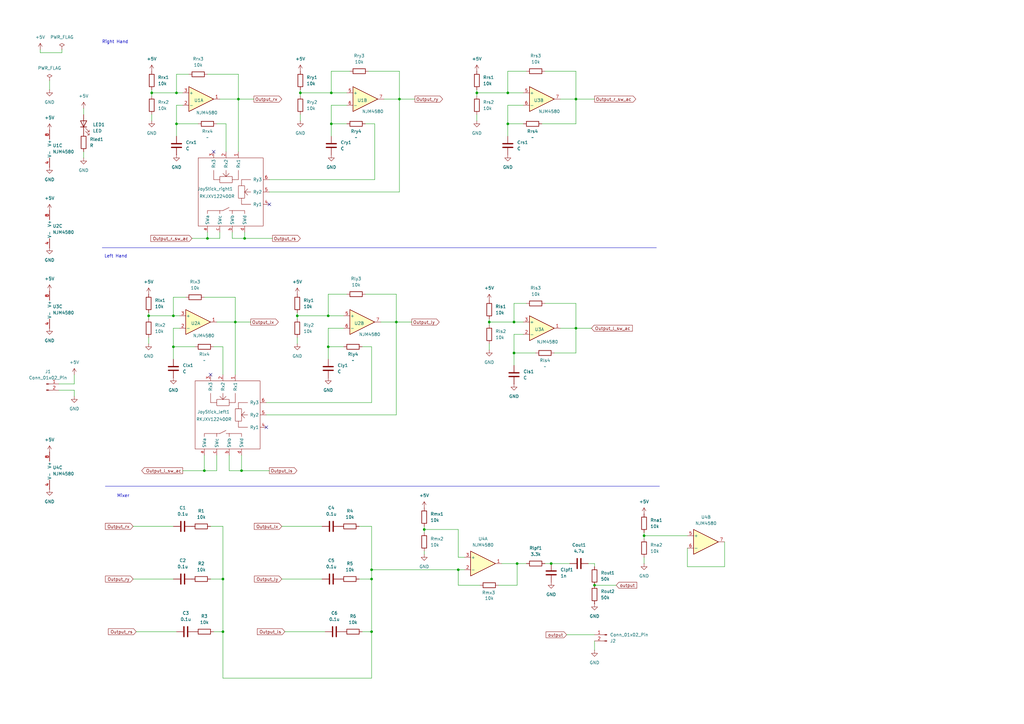
<source format=kicad_sch>
(kicad_sch (version 20231120) (generator "eeschema") (generator_version "8.0")
  (paper "A3")
  (lib_symbols
    (symbol "Amplifier_Operational:NJM4580" (pin_names (offset 0.127))
      (property "Reference" "U" (at 0 5.08 0))
      (property "Value" "NJM4580" (at 0 -5.08 0))
      (symbol "NJM4580_1_1"
        (pin output line (at 7.62 0 180) (length 2.54) (name "~") (number "1"))
        (pin input line (at -7.62 -2.54 0) (length 2.54) (name "-") (number "2"))
        (pin input line (at -7.62 2.54 0) (length 2.54) (name "+") (number "3"))
      )
      (symbol "NJM4580_2_1"
        (pin input line (at -7.62 2.54 0) (length 2.54) (name "+") (number "5"))
        (pin input line (at -7.62 -2.54 0) (length 2.54) (name "-") (number "6"))
        (pin output line (at 7.62 0 180) (length 2.54) (name "~") (number "7"))
      )
      (symbol "NJM4580_3_1"
        (pin power_in line (at -2.54 -7.62 90) (length 3.81) (name "V-") (number "4"))
        (pin power_in line (at -2.54 7.62 270) (length 3.81) (name "V+") (number "8"))
      )
    )
    (symbol "Connector:Conn_01x02_Pin" (pin_names (offset 1.016) hide)
      (property "Reference" "J" (at 0 2.54 0))
      (property "Value" "Conn_01x02_Pin" (at 0 -5.08 0))
      (symbol "Conn_01x02_Pin_1_1"
        (pin passive line (at 5.08 0 180) (length 3.81) (name "Pin_1") (number "1"))
        (pin passive line (at 5.08 -2.54 180) (length 3.81) (name "Pin_2") (number "2"))
      )
    )
    (symbol "Device:C" (pin_numbers hide) (pin_names (offset 0.254))
      (property "Reference" "C" (at 0.635 2.54 0))
      (property "Value" "C" (at 0.635 -2.54 0))
      (symbol "C_1_1"
        (pin passive line (at 0 3.81 270) (length 2.794) (name "~") (number "1"))
        (pin passive line (at 0 -3.81 90) (length 2.794) (name "~") (number "2"))
      )
    )
    (symbol "Device:LED" (pin_numbers hide) (pin_names (offset 1.016) hide)
      (property "Reference" "D" (at 0 2.54 0))
      (property "Value" "LED" (at 0 -2.54 0))
      (symbol "LED_1_1"
        (pin passive line (at -3.81 0 0) (length 2.54) (name "K") (number "1"))
        (pin passive line (at 3.81 0 180) (length 2.54) (name "A") (number "2"))
      )
    )
    (symbol "Device:R" (pin_numbers hide) (pin_names (offset 0))
      (property "Reference" "R" (at 2.032 0 90))
      (property "Value" "R" (at 0 0 90))
      (symbol "R_1_1"
        (pin passive line (at 0 3.81 270) (length 1.27) (name "~") (number "1"))
        (pin passive line (at 0 -3.81 90) (length 1.27) (name "~") (number "2"))
      )
    )
    (symbol "joystick:RKJXV122400R"
      (property "Reference" "U" (at -4.318 1.27 0))
      (property "Value" "RKJXV122400R" (at -3.048 -1.778 0))
      (symbol "RKJXV122400R_1_1"
        (pin passive line (at 5.08 16.51 270) (length 2.54) (name "Rx1") (number "1"))
        (pin passive line (at 0 16.51 270) (length 2.54) (name "Rx2") (number "2"))
        (pin passive line (at -5.08 16.51 270) (length 2.54) (name "Rx3") (number "3"))
        (pin passive line (at 17.78 -5.08 180) (length 2.54) (name "Ry1") (number "4"))
        (pin passive line (at 17.78 0 180) (length 2.54) (name "Ry2") (number "5"))
        (pin passive line (at 17.78 5.08 180) (length 2.54) (name "Ry3") (number "6"))
        (pin passive line (at -7.62 -16.51 90) (length 2.54) (name "SWa") (number "a"))
        (pin passive line (at 2.54 -16.51 90) (length 2.54) (name "SWb") (number "b"))
        (pin passive line (at -2.54 -16.51 90) (length 2.54) (name "SWc") (number "c"))
        (pin passive line (at 7.62 -16.51 90) (length 2.54) (name "SWd") (number "d"))
      )
    )
    (symbol "power:+5V" (power) (pin_numbers hide) (pin_names (offset 0) hide)
      (property "Value" "+5V" (at 0 3.556 0))
      (symbol "+5V_1_1"
        (pin power_in line (at 0 0 90) (length 0) (name "~") (number "1"))
      )
    )
    (symbol "power:GND" (power) (pin_numbers hide) (pin_names (offset 0) hide)
      (property "Value" "GND" (at 0 -3.81 0))
      (symbol "GND_1_1"
        (pin power_in line (at 0 0 270) (length 0) (name "~") (number "1"))
      )
    )
    (symbol "power:PWR_FLAG" (power) (pin_numbers hide) (pin_names (offset 0) hide)
      (property "Value" "PWR_FLAG" (at 0 3.81 0))
      (symbol "PWR_FLAG_0_0"
        (pin power_out line (at 0 0 90) (length 0) (name "~") (number "1"))
      )
    )
  )
  (junction (at 236.22 40.64))
  (junction (at 83.82 193.04))
  (junction (at 72.39 38.1))
  (junction (at 60.96 129.54))
  (junction (at 162.56 132.08))
  (junction (at 135.89 50.8))
  (junction (at 264.16 219.71))
  (junction (at 72.39 50.8))
  (junction (at 208.28 38.1))
  (junction (at 91.44 259.08))
  (junction (at 99.06 193.04))
  (junction (at 152.4 259.08))
  (junction (at 152.4 233.68))
  (junction (at 163.83 40.64))
  (junction (at 121.92 129.54))
  (junction (at 195.58 38.1))
  (junction (at 62.23 38.1))
  (junction (at 212.09 231.14))
  (junction (at 134.62 129.54))
  (junction (at 152.4 237.49))
  (junction (at 100.33 97.79))
  (junction (at 210.82 132.08))
  (junction (at 236.22 134.62))
  (junction (at 173.99 217.17))
  (junction (at 97.79 40.64))
  (junction (at 135.89 38.1))
  (junction (at 134.62 142.24))
  (junction (at 71.12 129.54))
  (junction (at 91.44 237.49))
  (junction (at 96.52 132.08))
  (junction (at 208.28 50.8))
  (junction (at 85.09 97.79))
  (junction (at 71.12 142.24))
  (junction (at 210.82 144.78))
  (junction (at 123.19 38.1))
  (junction (at 226.06 231.14))
  (junction (at 200.66 132.08))
  (junction (at 243.84 240.03))
  (junction (at 187.96 233.68))
  (no_connect (at 109.22 175.26))
  (no_connect (at 87.63 62.23))
  (no_connect (at 110.49 83.82))
  (no_connect (at 86.36 153.67))
  (wire (pts (xy 134.62 142.24) (xy 140.97 142.24)))
  (wire (pts (xy 163.83 40.64) (xy 163.83 78.74)))
  (wire (pts (xy 264.16 218.44) (xy 264.16 219.71)))
  (wire (pts (xy 16.51 21.59) (xy 25.4 21.59)))
  (wire (pts (xy 215.9 124.46) (xy 210.82 124.46)))
  (wire (pts (xy 90.17 97.79) (xy 90.17 95.25)))
  (wire (pts (xy 96.52 132.08) (xy 96.52 153.67)))
  (wire (pts (xy 204.47 240.03) (xy 212.09 240.03)))
  (polyline (pts (xy 41.91 101.6) (xy 269.24 101.6)))
  (wire (pts (xy 156.21 132.08) (xy 162.56 132.08)))
  (polyline (pts (xy 43.18 199.39) (xy 270.51 199.39)))
  (wire (pts (xy 195.58 36.83) (xy 195.58 38.1)))
  (wire (pts (xy 91.44 237.49) (xy 91.44 259.08)))
  (wire (pts (xy 20.32 33.02) (xy 20.32 36.83)))
  (wire (pts (xy 243.84 262.89) (xy 243.84 266.7)))
  (wire (pts (xy 109.22 165.1) (xy 152.4 165.1)))
  (wire (pts (xy 149.86 120.65) (xy 162.56 120.65)))
  (wire (pts (xy 187.96 233.68) (xy 187.96 240.03)))
  (wire (pts (xy 223.52 29.21) (xy 236.22 29.21)))
  (wire (pts (xy 116.84 259.08) (xy 133.35 259.08)))
  (wire (pts (xy 123.19 46.99) (xy 123.19 49.53)))
  (wire (pts (xy 72.39 38.1) (xy 74.93 38.1)))
  (wire (pts (xy 190.5 233.68) (xy 187.96 233.68)))
  (wire (pts (xy 226.06 231.14) (xy 233.68 231.14)))
  (wire (pts (xy 72.39 50.8) (xy 81.28 50.8)))
  (wire (pts (xy 71.12 142.24) (xy 80.01 142.24)))
  (wire (pts (xy 62.23 38.1) (xy 62.23 39.37)))
  (wire (pts (xy 297.18 222.25) (xy 297.18 232.41)))
  (wire (pts (xy 110.49 73.66) (xy 153.67 73.66)))
  (wire (pts (xy 71.12 134.62) (xy 71.12 142.24)))
  (wire (pts (xy 134.62 134.62) (xy 134.62 142.24)))
  (wire (pts (xy 60.96 129.54) (xy 71.12 129.54)))
  (wire (pts (xy 30.48 157.48) (xy 30.48 153.67)))
  (wire (pts (xy 187.96 233.68) (xy 152.4 233.68)))
  (wire (pts (xy 134.62 129.54) (xy 140.97 129.54)))
  (wire (pts (xy 236.22 29.21) (xy 236.22 40.64)))
  (wire (pts (xy 236.22 144.78) (xy 236.22 134.62)))
  (wire (pts (xy 148.59 259.08) (xy 152.4 259.08)))
  (wire (pts (xy 223.52 231.14) (xy 226.06 231.14)))
  (wire (pts (xy 123.19 38.1) (xy 123.19 39.37)))
  (wire (pts (xy 83.82 193.04) (xy 88.9 193.04)))
  (wire (pts (xy 25.4 20.32) (xy 25.4 21.59)))
  (wire (pts (xy 91.44 278.13) (xy 152.4 278.13)))
  (wire (pts (xy 264.16 228.6) (xy 264.16 231.14)))
  (wire (pts (xy 223.52 124.46) (xy 236.22 124.46)))
  (wire (pts (xy 24.13 160.02) (xy 30.48 160.02)))
  (wire (pts (xy 85.09 97.79) (xy 90.17 97.79)))
  (wire (pts (xy 77.47 30.48) (xy 72.39 30.48)))
  (wire (pts (xy 30.48 160.02) (xy 30.48 162.56)))
  (wire (pts (xy 34.29 62.23) (xy 34.29 64.77)))
  (wire (pts (xy 24.13 157.48) (xy 30.48 157.48)))
  (wire (pts (xy 208.28 38.1) (xy 214.63 38.1)))
  (wire (pts (xy 236.22 124.46) (xy 236.22 134.62)))
  (wire (pts (xy 99.06 193.04) (xy 110.49 193.04)))
  (wire (pts (xy 200.66 140.97) (xy 200.66 143.51)))
  (wire (pts (xy 281.94 232.41) (xy 297.18 232.41)))
  (wire (pts (xy 91.44 142.24) (xy 91.44 153.67)))
  (wire (pts (xy 214.63 137.16) (xy 210.82 137.16)))
  (wire (pts (xy 60.96 138.43) (xy 60.96 140.97)))
  (wire (pts (xy 236.22 134.62) (xy 242.57 134.62)))
  (wire (pts (xy 91.44 215.9) (xy 91.44 237.49)))
  (wire (pts (xy 135.89 38.1) (xy 142.24 38.1)))
  (wire (pts (xy 92.71 50.8) (xy 92.71 62.23)))
  (wire (pts (xy 200.66 132.08) (xy 200.66 133.35)))
  (wire (pts (xy 54.61 215.9) (xy 71.12 215.9)))
  (wire (pts (xy 88.9 193.04) (xy 88.9 186.69)))
  (wire (pts (xy 151.13 29.21) (xy 163.83 29.21)))
  (wire (pts (xy 96.52 121.92) (xy 96.52 132.08)))
  (wire (pts (xy 152.4 237.49) (xy 152.4 259.08)))
  (wire (pts (xy 83.82 121.92) (xy 96.52 121.92)))
  (wire (pts (xy 152.4 215.9) (xy 152.4 233.68)))
  (wire (pts (xy 72.39 30.48) (xy 72.39 38.1)))
  (wire (pts (xy 93.98 186.69) (xy 93.98 193.04)))
  (wire (pts (xy 173.99 217.17) (xy 173.99 218.44)))
  (wire (pts (xy 212.09 231.14) (xy 215.9 231.14)))
  (wire (pts (xy 152.4 233.68) (xy 152.4 237.49)))
  (wire (pts (xy 123.19 36.83) (xy 123.19 38.1)))
  (wire (pts (xy 121.92 128.27) (xy 121.92 129.54)))
  (wire (pts (xy 16.51 20.32) (xy 16.51 21.59)))
  (wire (pts (xy 163.83 40.64) (xy 170.18 40.64)))
  (wire (pts (xy 195.58 46.99) (xy 195.58 49.53)))
  (wire (pts (xy 214.63 43.18) (xy 208.28 43.18)))
  (wire (pts (xy 71.12 121.92) (xy 71.12 129.54)))
  (wire (pts (xy 34.29 44.45) (xy 34.29 46.99)))
  (wire (pts (xy 173.99 215.9) (xy 173.99 217.17)))
  (wire (pts (xy 100.33 97.79) (xy 100.33 95.25)))
  (wire (pts (xy 88.9 50.8) (xy 92.71 50.8)))
  (wire (pts (xy 60.96 128.27) (xy 60.96 129.54)))
  (wire (pts (xy 72.39 50.8) (xy 72.39 55.88)))
  (wire (pts (xy 60.96 129.54) (xy 60.96 130.81)))
  (wire (pts (xy 55.88 259.08) (xy 72.39 259.08)))
  (wire (pts (xy 229.87 40.64) (xy 236.22 40.64)))
  (wire (pts (xy 162.56 120.65) (xy 162.56 132.08)))
  (wire (pts (xy 208.28 29.21) (xy 208.28 38.1)))
  (wire (pts (xy 229.87 134.62) (xy 236.22 134.62)))
  (wire (pts (xy 86.36 237.49) (xy 91.44 237.49)))
  (wire (pts (xy 140.97 134.62) (xy 134.62 134.62)))
  (wire (pts (xy 153.67 50.8) (xy 149.86 50.8)))
  (wire (pts (xy 210.82 137.16) (xy 210.82 144.78)))
  (wire (pts (xy 96.52 132.08) (xy 102.87 132.08)))
  (wire (pts (xy 95.25 97.79) (xy 100.33 97.79)))
  (wire (pts (xy 147.32 215.9) (xy 152.4 215.9)))
  (wire (pts (xy 210.82 132.08) (xy 214.63 132.08)))
  (wire (pts (xy 208.28 50.8) (xy 214.63 50.8)))
  (wire (pts (xy 152.4 142.24) (xy 148.59 142.24)))
  (wire (pts (xy 115.57 237.49) (xy 132.08 237.49)))
  (wire (pts (xy 142.24 120.65) (xy 134.62 120.65)))
  (wire (pts (xy 134.62 120.65) (xy 134.62 129.54)))
  (wire (pts (xy 115.57 215.9) (xy 132.08 215.9)))
  (wire (pts (xy 153.67 50.8) (xy 153.67 73.66)))
  (wire (pts (xy 97.79 40.64) (xy 97.79 62.23)))
  (wire (pts (xy 187.96 240.03) (xy 196.85 240.03)))
  (wire (pts (xy 157.48 40.64) (xy 163.83 40.64)))
  (wire (pts (xy 93.98 193.04) (xy 99.06 193.04)))
  (wire (pts (xy 62.23 38.1) (xy 72.39 38.1)))
  (wire (pts (xy 236.22 40.64) (xy 236.22 50.8)))
  (wire (pts (xy 86.36 215.9) (xy 91.44 215.9)))
  (wire (pts (xy 163.83 29.21) (xy 163.83 40.64)))
  (wire (pts (xy 215.9 29.21) (xy 208.28 29.21)))
  (wire (pts (xy 187.96 217.17) (xy 187.96 228.6)))
  (wire (pts (xy 97.79 30.48) (xy 97.79 40.64)))
  (wire (pts (xy 121.92 138.43) (xy 121.92 140.97)))
  (wire (pts (xy 173.99 217.17) (xy 187.96 217.17)))
  (wire (pts (xy 85.09 30.48) (xy 97.79 30.48)))
  (wire (pts (xy 71.12 129.54) (xy 73.66 129.54)))
  (wire (pts (xy 76.2 121.92) (xy 71.12 121.92)))
  (wire (pts (xy 200.66 132.08) (xy 210.82 132.08)))
  (wire (pts (xy 236.22 40.64) (xy 243.84 40.64)))
  (wire (pts (xy 264.16 219.71) (xy 264.16 220.98)))
  (wire (pts (xy 110.49 78.74) (xy 163.83 78.74)))
  (wire (pts (xy 243.84 231.14) (xy 243.84 232.41)))
  (wire (pts (xy 123.19 38.1) (xy 135.89 38.1)))
  (wire (pts (xy 241.3 231.14) (xy 243.84 231.14)))
  (wire (pts (xy 152.4 142.24) (xy 152.4 165.1)))
  (wire (pts (xy 162.56 132.08) (xy 162.56 170.18)))
  (wire (pts (xy 173.99 226.06) (xy 173.99 227.33)))
  (wire (pts (xy 100.33 97.79) (xy 111.76 97.79)))
  (wire (pts (xy 87.63 142.24) (xy 91.44 142.24)))
  (wire (pts (xy 121.92 129.54) (xy 121.92 130.81)))
  (wire (pts (xy 85.09 97.79) (xy 85.09 95.25)))
  (wire (pts (xy 210.82 144.78) (xy 210.82 149.86)))
  (wire (pts (xy 71.12 142.24) (xy 71.12 147.32)))
  (wire (pts (xy 152.4 278.13) (xy 152.4 259.08)))
  (wire (pts (xy 95.25 95.25) (xy 95.25 97.79)))
  (wire (pts (xy 227.33 144.78) (xy 236.22 144.78)))
  (wire (pts (xy 205.74 231.14) (xy 212.09 231.14)))
  (wire (pts (xy 195.58 38.1) (xy 208.28 38.1)))
  (wire (pts (xy 208.28 43.18) (xy 208.28 50.8)))
  (wire (pts (xy 134.62 142.24) (xy 134.62 147.32)))
  (wire (pts (xy 143.51 29.21) (xy 135.89 29.21)))
  (wire (pts (xy 210.82 144.78) (xy 219.71 144.78)))
  (wire (pts (xy 147.32 237.49) (xy 152.4 237.49)))
  (wire (pts (xy 91.44 259.08) (xy 91.44 278.13)))
  (wire (pts (xy 232.41 260.35) (xy 243.84 260.35)))
  (wire (pts (xy 54.61 237.49) (xy 71.12 237.49)))
  (wire (pts (xy 90.17 40.64) (xy 97.79 40.64)))
  (wire (pts (xy 121.92 129.54) (xy 134.62 129.54)))
  (wire (pts (xy 72.39 43.18) (xy 72.39 50.8)))
  (wire (pts (xy 83.82 186.69) (xy 83.82 193.04)))
  (wire (pts (xy 195.58 38.1) (xy 195.58 39.37)))
  (wire (pts (xy 135.89 29.21) (xy 135.89 38.1)))
  (wire (pts (xy 109.22 170.18) (xy 162.56 170.18)))
  (wire (pts (xy 135.89 50.8) (xy 142.24 50.8)))
  (wire (pts (xy 73.66 134.62) (xy 71.12 134.62)))
  (wire (pts (xy 210.82 124.46) (xy 210.82 132.08)))
  (wire (pts (xy 208.28 50.8) (xy 208.28 55.88)))
  (wire (pts (xy 187.96 228.6) (xy 190.5 228.6)))
  (wire (pts (xy 162.56 132.08) (xy 168.91 132.08)))
  (wire (pts (xy 135.89 50.8) (xy 135.89 55.88)))
  (wire (pts (xy 74.93 193.04) (xy 83.82 193.04)))
  (wire (pts (xy 135.89 43.18) (xy 135.89 50.8)))
  (wire (pts (xy 88.9 132.08) (xy 96.52 132.08)))
  (wire (pts (xy 200.66 130.81) (xy 200.66 132.08)))
  (wire (pts (xy 212.09 240.03) (xy 212.09 231.14)))
  (wire (pts (xy 281.94 224.79) (xy 281.94 232.41)))
  (wire (pts (xy 142.24 43.18) (xy 135.89 43.18)))
  (wire (pts (xy 62.23 46.99) (xy 62.23 49.53)))
  (wire (pts (xy 74.93 43.18) (xy 72.39 43.18)))
  (wire (pts (xy 243.84 240.03) (xy 252.73 240.03)))
  (wire (pts (xy 62.23 36.83) (xy 62.23 38.1)))
  (wire (pts (xy 87.63 259.08) (xy 91.44 259.08)))
  (wire (pts (xy 97.79 40.64) (xy 104.14 40.64)))
  (wire (pts (xy 99.06 186.69) (xy 99.06 193.04)))
  (wire (pts (xy 222.25 50.8) (xy 236.22 50.8)))
  (wire (pts (xy 78.74 97.79) (xy 85.09 97.79)))
  (wire (pts (xy 264.16 219.71) (xy 281.94 219.71)))
  (text "Mixer" (at 50.546 203.454 0) (effects (font (size 1.27 1.27))))
  (text "Left Hand" (at 47.498 105.156 0) (effects (font (size 1.27 1.27))))
  (text "Right Hand" (exclude_from_sim yes) (at 47.244 17.272 0) (effects (font (size 1.27 1.27))))
  (global_label "output" (shape input) (at 252.73 240.03 0) (property "Intersheetrefs" "${INTERSHEET_REFS}" (effects (hide yes))))
  (global_label "Output_l_sw_ac" (shape input) (at 242.57 134.62 0) (property "Intersheetrefs" "${INTERSHEET_REFS}" (effects (hide yes))))
  (global_label "Output_ls" (shape input) (at 116.84 259.08 180) (property "Intersheetrefs" "${INTERSHEET_REFS}" (effects (hide yes))))
  (global_label "Output_rx" (shape output) (at 104.14 40.64 0) (property "Intersheetrefs" "${INTERSHEET_REFS}" (effects (hide yes))))
  (global_label "Output_lx" (shape input) (at 115.57 215.9 180) (property "Intersheetrefs" "${INTERSHEET_REFS}" (effects (hide yes))))
  (global_label "Output_ls" (shape output) (at 110.49 193.04 0) (property "Intersheetrefs" "${INTERSHEET_REFS}" (effects (hide yes))))
  (global_label "output" (shape input) (at 232.41 260.35 180) (property "Intersheetrefs" "${INTERSHEET_REFS}" (effects (hide yes))))
  (global_label "Output_ly" (shape output) (at 168.91 132.08 0) (property "Intersheetrefs" "${INTERSHEET_REFS}" (effects (hide yes))))
  (global_label "Output_rx" (shape input) (at 54.61 215.9 180) (property "Intersheetrefs" "${INTERSHEET_REFS}" (effects (hide yes))))
  (global_label "Output_rs" (shape input) (at 55.88 259.08 180) (property "Intersheetrefs" "${INTERSHEET_REFS}" (effects (hide yes))))
  (global_label "Output_lx" (shape output) (at 102.87 132.08 0) (property "Intersheetrefs" "${INTERSHEET_REFS}" (effects (hide yes))))
  (global_label "Output_ry" (shape output) (at 170.18 40.64 0) (property "Intersheetrefs" "${INTERSHEET_REFS}" (effects (hide yes))))
  (global_label "Output_l_sw_ac" (shape output) (at 74.93 193.04 180) (property "Intersheetrefs" "${INTERSHEET_REFS}" (effects (hide yes))))
  (global_label "Output_r_sw_ac" (shape output) (at 243.84 40.64 0) (property "Intersheetrefs" "${INTERSHEET_REFS}" (effects (hide yes))))
  (global_label "Output_rs" (shape output) (at 111.76 97.79 0) (property "Intersheetrefs" "${INTERSHEET_REFS}" (effects (hide yes))))
  (global_label "Output_r_sw_ac" (shape input) (at 78.74 97.79 180) (property "Intersheetrefs" "${INTERSHEET_REFS}" (effects (hide yes))))
  (global_label "Output_ly" (shape input) (at 115.57 237.49 180) (property "Intersheetrefs" "${INTERSHEET_REFS}" (effects (hide yes))))
  (global_label "Output_ry" (shape input) (at 54.61 237.49 180) (property "Intersheetrefs" "${INTERSHEET_REFS}" (effects (hide yes))))
  (symbol (lib_id "power:GND") (at 200.66 143.51 0) (unit 1)
    (property "Reference" "#PWR018" (effects (hide yes)))
    (property "Value" "GND" (at 200.66 148.59 0))
    (property "Description" "Power symbol creates a global label with name \"GND\" , ground" (effects (hide yes)))
  )
  (symbol (lib_id "Device:R") (at 200.66 240.03 270) (unit 1)
    (property "Reference" "Rmx3" (at 200.406 243.078 90))
    (property "Value" "10k" (at 200.66 245.364 90))
    (property "Footprint" "Resistor_THT:R_Axial_DIN0207_L6.3mm_D2.5mm_P7.62mm_Horizontal" (effects (hide yes)))
    (property "Description" "Resistor" (effects (hide yes)))
  )
  (symbol (lib_id "Device:R") (at 223.52 144.78 90) (unit 1)
    (property "Reference" "Rls4" (at 223.52 147.828 90))
    (property "Value" "~" (at 223.52 150.368 90))
    (property "Footprint" "Resistor_THT:R_Axial_DIN0207_L6.3mm_D2.5mm_P7.62mm_Horizontal" (effects (hide yes)))
    (property "Description" "Resistor" (effects (hide yes)))
  )
  (symbol (lib_id "power:GND") (at 134.62 154.94 0) (unit 1)
    (property "Reference" "#PWR016" (effects (hide yes)))
    (property "Value" "GND" (at 134.62 160.02 0))
    (property "Description" "Power symbol creates a global label with name \"GND\" , ground" (effects (hide yes)))
  )
  (symbol (lib_id "power:PWR_FLAG") (at 20.32 33.02 0) (unit 1)
    (property "Reference" "#FLG02" (effects (hide yes)))
    (property "Value" "PWR_FLAG" (at 20.32 27.94 0))
    (property "Description" "Special symbol for telling ERC where power comes from" (effects (hide yes)))
  )
  (symbol (lib_id "power:GND") (at 60.96 140.97 0) (unit 1)
    (property "Reference" "#PWR09" (effects (hide yes)))
    (property "Value" "GND" (at 60.96 146.05 0))
    (property "Description" "Power symbol creates a global label with name \"GND\" , ground" (effects (hide yes)))
  )
  (symbol (lib_id "power:+5V") (at 173.99 208.28 0) (unit 1)
    (property "Reference" "#PWR031" (effects (hide yes)))
    (property "Value" "+5V" (at 173.99 203.2 0))
    (property "Description" "Power symbol creates a global label with name \"+5V\"" (effects (hide yes)))
  )
  (symbol (lib_id "Device:R") (at 144.78 142.24 90) (unit 1)
    (property "Reference" "Rly4" (at 144.78 145.288 90))
    (property "Value" "~" (at 144.78 147.828 90))
    (property "Footprint" "Resistor_THT:R_Axial_DIN0207_L6.3mm_D2.5mm_P7.62mm_Horizontal" (effects (hide yes)))
    (property "Description" "Resistor" (effects (hide yes)))
  )
  (symbol (lib_id "Amplifier_Operational:NJM4580") (at 82.55 40.64 0) (unit 1)
    (property "Reference" "U1" (at 81.534 41.148 0))
    (property "Value" "NJM4580" (at 84.836 46.228 0))
    (property "Footprint" "Package_DIP:DIP-8_W7.62mm" (effects (hide yes)))
    (property "Datasheet" "http://www.njr.com/semicon/PDF/NJM4580_E.pdf" (effects (hide yes)))
    (property "Description" "Dual Operational Amplifier, DIP-8/DMP-8/SIP-8/MSOP-8/SOP-8/SSOP-8" (effects (hide yes)))
  )
  (symbol (lib_id "power:GND") (at 20.32 101.6 0) (unit 1)
    (property "Reference" "#PWR024" (effects (hide yes)))
    (property "Value" "GND" (at 20.32 106.68 0))
    (property "Description" "Power symbol creates a global label with name \"GND\" , ground" (effects (hide yes)))
  )
  (symbol (lib_id "Device:R") (at 219.71 29.21 90) (unit 1)
    (property "Reference" "Rrs3" (at 219.71 22.86 90))
    (property "Value" "10k" (at 219.71 25.4 90))
    (property "Footprint" "Resistor_THT:R_Axial_DIN0207_L6.3mm_D2.5mm_P7.62mm_Horizontal" (effects (hide yes)))
    (property "Description" "Resistor" (effects (hide yes)))
  )
  (symbol (lib_id "power:+5V") (at 121.92 120.65 0) (unit 1)
    (property "Reference" "#PWR014" (effects (hide yes)))
    (property "Value" "+5V" (at 121.92 115.57 0))
    (property "Description" "Power symbol creates a global label with name \"+5V\"" (effects (hide yes)))
  )
  (symbol (lib_id "power:GND") (at 243.84 266.7 0) (unit 1)
    (property "Reference" "#PWR043" (effects (hide yes)))
    (property "Value" "GND" (at 243.84 271.78 0))
    (property "Description" "Power symbol creates a global label with name \"GND\" , ground" (effects (hide yes)))
  )
  (symbol (lib_id "power:GND") (at 208.28 63.5 0) (unit 1)
    (property "Reference" "#PWR022" (effects (hide yes)))
    (property "Value" "GND" (at 208.28 68.58 0))
    (property "Description" "Power symbol creates a global label with name \"GND\" , ground" (effects (hide yes)))
  )
  (symbol (lib_id "Connector:Conn_01x02_Pin") (at 248.92 260.35 0) (mirror y) (unit 1)
    (property "Reference" "J2" (at 250.19 262.8901 0) (effects (justify right)))
    (property "Value" "Conn_01x02_Pin" (at 250.19 260.3501 0) (effects (justify right)))
    (property "Footprint" "TerminalBlock:TerminalBlock_bornier-2_P5.08mm" (effects (hide yes)))
    (property "Description" "Generic connector, single row, 01x02, script generated" (effects (hide yes)))
  )
  (symbol (lib_id "power:+5V") (at 20.32 119.38 0) (unit 1)
    (property "Reference" "#PWR025" (effects (hide yes)))
    (property "Value" "+5V" (at 20.32 114.3 0))
    (property "Description" "Power symbol creates a global label with name \"+5V\"" (effects (hide yes)))
  )
  (symbol (lib_id "Device:R") (at 146.05 50.8 90) (unit 1)
    (property "Reference" "Rry4" (at 146.05 53.848 90))
    (property "Value" "~" (at 146.05 56.388 90))
    (property "Footprint" "Resistor_THT:R_Axial_DIN0207_L6.3mm_D2.5mm_P7.62mm_Horizontal" (effects (hide yes)))
    (property "Description" "Resistor" (effects (hide yes)))
  )
  (symbol (lib_id "Device:C") (at 76.2 259.08 90) (unit 1)
    (property "Reference" "C3" (at 76.2 251.46 90))
    (property "Value" "0.1u" (at 76.2 254 90))
    (property "Footprint" "Capacitor_THT:C_Disc_D3.8mm_W2.6mm_P2.50mm" (effects (hide yes)))
    (property "Description" "Unpolarized capacitor" (effects (hide yes)))
  )
  (symbol (lib_id "Device:R") (at 147.32 29.21 90) (unit 1)
    (property "Reference" "Rry3" (at 147.32 22.86 90))
    (property "Value" "10k" (at 147.32 25.4 90))
    (property "Footprint" "Resistor_THT:R_Axial_DIN0207_L6.3mm_D2.5mm_P7.62mm_Horizontal" (effects (hide yes)))
    (property "Description" "Resistor" (effects (hide yes)))
  )
  (symbol (lib_id "Amplifier_Operational:NJM4580") (at 22.86 127 0) (unit 3)
    (property "Reference" "U3" (at 21.59 125.7299 0) (effects (justify left)))
    (property "Value" "NJM4580" (at 21.59 128.2699 0) (effects (justify left)))
    (property "Footprint" "Package_DIP:DIP-8_W7.62mm" (effects (hide yes)))
    (property "Datasheet" "http://www.njr.com/semicon/PDF/NJM4580_E.pdf" (effects (hide yes)))
    (property "Description" "Dual Operational Amplifier, DIP-8/DMP-8/SIP-8/MSOP-8/SOP-8/SSOP-8" (effects (hide yes)))
  )
  (symbol (lib_id "power:GND") (at 20.32 36.83 0) (unit 1)
    (property "Reference" "#PWR02" (effects (hide yes)))
    (property "Value" "GND" (at 20.32 41.91 0))
    (property "Description" "Power symbol creates a global label with name \"GND\" , ground" (effects (hide yes)))
  )
  (symbol (lib_id "Device:C") (at 135.89 59.69 0) (unit 1)
    (property "Reference" "Cry1" (at 139.7 58.4199 0) (effects (justify left)))
    (property "Value" "C" (at 139.7 60.9599 0) (effects (justify left)))
    (property "Footprint" "Capacitor_THT:C_Disc_D3.8mm_W2.6mm_P2.50mm" (effects (hide yes)))
    (property "Description" "Unpolarized capacitor" (effects (hide yes)))
  )
  (symbol (lib_id "Amplifier_Operational:NJM4580") (at 198.12 231.14 0) (unit 1)
    (property "Reference" "U4" (at 198.12 220.98 0))
    (property "Value" "NJM4580" (at 198.12 223.52 0))
    (property "Footprint" "Package_DIP:DIP-8_W7.62mm" (effects (hide yes)))
    (property "Datasheet" "http://www.njr.com/semicon/PDF/NJM4580_E.pdf" (effects (hide yes)))
    (property "Description" "Dual Operational Amplifier, DIP-8/DMP-8/SIP-8/MSOP-8/SOP-8/SSOP-8" (effects (hide yes)))
  )
  (symbol (lib_id "Device:C") (at 135.89 237.49 90) (unit 1)
    (property "Reference" "C5" (at 135.89 229.87 90))
    (property "Value" "0.1u" (at 135.89 232.41 90))
    (property "Footprint" "Capacitor_THT:C_Disc_D3.8mm_W2.6mm_P2.50mm" (effects (hide yes)))
    (property "Description" "Unpolarized capacitor" (effects (hide yes)))
  )
  (symbol (lib_id "power:+5V") (at 34.29 44.45 0) (unit 1)
    (property "Reference" "#PWR035" (effects (hide yes)))
    (property "Value" "+5V" (at 34.29 39.37 0))
    (property "Description" "Power symbol creates a global label with name \"+5V\"" (effects (hide yes)))
  )
  (symbol (lib_id "Device:C") (at 72.39 59.69 0) (unit 1)
    (property "Reference" "Crx1" (at 76.2 58.4199 0) (effects (justify left)))
    (property "Value" "C" (at 76.2 60.9599 0) (effects (justify left)))
    (property "Footprint" "Capacitor_THT:C_Disc_D3.8mm_W2.6mm_P2.50mm" (effects (hide yes)))
    (property "Description" "Unpolarized capacitor" (effects (hide yes)))
  )
  (symbol (lib_id "Device:R") (at 82.55 237.49 90) (unit 1)
    (property "Reference" "R2" (at 82.55 231.14 90))
    (property "Value" "10k" (at 82.55 233.68 90))
    (property "Footprint" "Resistor_THT:R_Axial_DIN0207_L6.3mm_D2.5mm_P7.62mm_Horizontal" (effects (hide yes)))
    (property "Description" "Resistor" (effects (hide yes)))
  )
  (symbol (lib_id "power:GND") (at 20.32 200.66 0) (unit 1)
    (property "Reference" "#PWR030" (effects (hide yes)))
    (property "Value" "GND" (at 20.32 205.74 0))
    (property "Description" "Power symbol creates a global label with name \"GND\" , ground" (effects (hide yes)))
  )
  (symbol (lib_id "power:GND") (at 195.58 49.53 0) (unit 1)
    (property "Reference" "#PWR021" (effects (hide yes)))
    (property "Value" "GND" (at 195.58 54.61 0))
    (property "Description" "Power symbol creates a global label with name \"GND\" , ground" (effects (hide yes)))
  )
  (symbol (lib_id "Device:R") (at 219.71 124.46 90) (unit 1)
    (property "Reference" "Rls3" (at 219.71 118.11 90))
    (property "Value" "10k" (at 219.71 120.65 90))
    (property "Footprint" "Resistor_THT:R_Axial_DIN0207_L6.3mm_D2.5mm_P7.62mm_Horizontal" (effects (hide yes)))
    (property "Description" "Resistor" (effects (hide yes)))
  )
  (symbol (lib_id "Device:R") (at 243.84 236.22 0) (unit 1)
    (property "Reference" "Rout1" (at 246.38 234.9499 0) (effects (justify left)))
    (property "Value" "50k" (at 246.38 237.4899 0) (effects (justify left)))
    (property "Footprint" "Resistor_THT:R_Axial_DIN0207_L6.3mm_D2.5mm_P7.62mm_Horizontal" (effects (hide yes)))
    (property "Description" "Resistor" (effects (hide yes)))
  )
  (symbol (lib_id "Device:R") (at 123.19 33.02 0) (unit 1)
    (property "Reference" "Rry1" (at 125.73 31.7499 0) (effects (justify left)))
    (property "Value" "10k" (at 125.73 34.2899 0) (effects (justify left)))
    (property "Footprint" "Resistor_THT:R_Axial_DIN0207_L6.3mm_D2.5mm_P7.62mm_Horizontal" (effects (hide yes)))
    (property "Description" "Resistor" (effects (hide yes)))
  )
  (symbol (lib_id "power:+5V") (at 62.23 29.21 0) (unit 1)
    (property "Reference" "#PWR05" (effects (hide yes)))
    (property "Value" "+5V" (at 62.23 24.13 0))
    (property "Description" "Power symbol creates a global label with name \"+5V\"" (effects (hide yes)))
  )
  (symbol (lib_id "Amplifier_Operational:NJM4580") (at 149.86 40.64 0) (unit 2)
    (property "Reference" "U1" (at 148.59 41.148 0))
    (property "Value" "NJM4580" (at 152.908 45.72 0))
    (property "Footprint" "Package_DIP:DIP-8_W7.62mm" (effects (hide yes)))
    (property "Datasheet" "http://www.njr.com/semicon/PDF/NJM4580_E.pdf" (effects (hide yes)))
    (property "Description" "Dual Operational Amplifier, DIP-8/DMP-8/SIP-8/MSOP-8/SOP-8/SSOP-8" (effects (hide yes)))
  )
  (symbol (lib_id "Amplifier_Operational:NJM4580") (at 289.56 222.25 0) (unit 2)
    (property "Reference" "U4" (at 289.56 212.09 0))
    (property "Value" "NJM4580" (at 289.56 214.63 0))
    (property "Footprint" "Package_DIP:DIP-8_W7.62mm" (effects (hide yes)))
    (property "Datasheet" "http://www.njr.com/semicon/PDF/NJM4580_E.pdf" (effects (hide yes)))
    (property "Description" "Dual Operational Amplifier, DIP-8/DMP-8/SIP-8/MSOP-8/SOP-8/SSOP-8" (effects (hide yes)))
  )
  (symbol (lib_id "Device:R") (at 146.05 120.65 90) (unit 1)
    (property "Reference" "Rly3" (at 146.05 114.3 90))
    (property "Value" "10k" (at 146.05 116.84 90))
    (property "Footprint" "Resistor_THT:R_Axial_DIN0207_L6.3mm_D2.5mm_P7.62mm_Horizontal" (effects (hide yes)))
    (property "Description" "Resistor" (effects (hide yes)))
  )
  (symbol (lib_id "joystick:RKJXV122400R") (at 91.44 170.18 0) (unit 1)
    (property "Reference" "JoyStick_left1" (at 94.234 168.91 0) (effects (justify right)))
    (property "Value" "RKJXV122400R" (at 94.996 171.958 0) (effects (justify right)))
    (property "Footprint" "myjoystick:RKJXV122400R" (effects (hide yes)))
  )
  (symbol (lib_id "Device:C") (at 71.12 151.13 0) (unit 1)
    (property "Reference" "Clx1" (at 74.93 149.8599 0) (effects (justify left)))
    (property "Value" "C" (at 74.93 152.3999 0) (effects (justify left)))
    (property "Footprint" "Capacitor_THT:C_Disc_D3.8mm_W2.6mm_P2.50mm" (effects (hide yes)))
    (property "Description" "Unpolarized capacitor" (effects (hide yes)))
  )
  (symbol (lib_id "power:GND") (at 243.84 247.65 0) (unit 1)
    (property "Reference" "#PWR042" (effects (hide yes)))
    (property "Value" "GND" (at 243.84 252.73 0))
    (property "Description" "Power symbol creates a global label with name \"GND\" , ground" (effects (hide yes)))
  )
  (symbol (lib_id "power:+5V") (at 60.96 120.65 0) (unit 1)
    (property "Reference" "#PWR08" (effects (hide yes)))
    (property "Value" "+5V" (at 60.96 115.57 0))
    (property "Description" "Power symbol creates a global label with name \"+5V\"" (effects (hide yes)))
  )
  (symbol (lib_id "power:GND") (at 71.12 154.94 0) (unit 1)
    (property "Reference" "#PWR010" (effects (hide yes)))
    (property "Value" "GND" (at 71.12 160.02 0))
    (property "Description" "Power symbol creates a global label with name \"GND\" , ground" (effects (hide yes)))
  )
  (symbol (lib_id "Device:R") (at 62.23 43.18 0) (unit 1)
    (property "Reference" "Rrx2" (at 64.77 41.9099 0) (effects (justify left)))
    (property "Value" "10k" (at 64.77 44.4499 0) (effects (justify left)))
    (property "Footprint" "Resistor_THT:R_Axial_DIN0207_L6.3mm_D2.5mm_P7.62mm_Horizontal" (effects (hide yes)))
    (property "Description" "Resistor" (effects (hide yes)))
  )
  (symbol (lib_id "Amplifier_Operational:NJM4580") (at 22.86 60.96 0) (unit 3)
    (property "Reference" "U1" (at 21.59 59.6899 0) (effects (justify left)))
    (property "Value" "NJM4580" (at 21.59 62.2299 0) (effects (justify left)))
    (property "Footprint" "Package_DIP:DIP-8_W7.62mm" (effects (hide yes)))
    (property "Datasheet" "http://www.njr.com/semicon/PDF/NJM4580_E.pdf" (effects (hide yes)))
    (property "Description" "Dual Operational Amplifier, DIP-8/DMP-8/SIP-8/MSOP-8/SOP-8/SSOP-8" (effects (hide yes)))
  )
  (symbol (lib_id "Amplifier_Operational:NJM4580") (at 148.59 132.08 0) (unit 2)
    (property "Reference" "U2" (at 147.32 132.588 0))
    (property "Value" "NJM4580" (at 151.638 137.16 0))
    (property "Footprint" "Package_DIP:DIP-8_W7.62mm" (effects (hide yes)))
    (property "Datasheet" "http://www.njr.com/semicon/PDF/NJM4580_E.pdf" (effects (hide yes)))
    (property "Description" "Dual Operational Amplifier, DIP-8/DMP-8/SIP-8/MSOP-8/SOP-8/SSOP-8" (effects (hide yes)))
  )
  (symbol (lib_id "power:GND") (at 226.06 238.76 0) (unit 1)
    (property "Reference" "#PWR041" (effects (hide yes)))
    (property "Value" "GND" (at 226.06 243.84 0))
    (property "Description" "Power symbol creates a global label with name \"GND\" , ground" (effects (hide yes)))
  )
  (symbol (lib_id "joystick:RKJXV122400R") (at 92.71 78.74 0) (unit 1)
    (property "Reference" "JoyStick_right1" (at 95.504 77.47 0) (effects (justify right)))
    (property "Value" "RKJXV122400R" (at 96.266 80.518 0) (effects (justify right)))
    (property "Footprint" "myjoystick:RKJXV122400R" (effects (hide yes)))
  )
  (symbol (lib_id "power:GND") (at 135.89 63.5 0) (unit 1)
    (property "Reference" "#PWR013" (effects (hide yes)))
    (property "Value" "GND" (at 135.89 68.58 0))
    (property "Description" "Power symbol creates a global label with name \"GND\" , ground" (effects (hide yes)))
  )
  (symbol (lib_id "Device:C") (at 74.93 215.9 90) (unit 1)
    (property "Reference" "C1" (at 74.93 208.28 90))
    (property "Value" "0.1u" (at 74.93 210.82 90))
    (property "Footprint" "Capacitor_THT:C_Disc_D3.8mm_W2.6mm_P2.50mm" (effects (hide yes)))
    (property "Description" "Unpolarized capacitor" (effects (hide yes)))
  )
  (symbol (lib_id "Device:C") (at 137.16 259.08 90) (unit 1)
    (property "Reference" "C6" (at 137.16 251.46 90))
    (property "Value" "0.1u" (at 137.16 254 90))
    (property "Footprint" "Capacitor_THT:C_Disc_D3.8mm_W2.6mm_P2.50mm" (effects (hide yes)))
    (property "Description" "Unpolarized capacitor" (effects (hide yes)))
  )
  (symbol (lib_id "power:+5V") (at 20.32 53.34 0) (unit 1)
    (property "Reference" "#PWR04" (effects (hide yes)))
    (property "Value" "+5V" (at 20.32 48.26 0))
    (property "Description" "Power symbol creates a global label with name \"+5V\"" (effects (hide yes)))
  )
  (symbol (lib_id "Device:R") (at 82.55 215.9 90) (unit 1)
    (property "Reference" "R1" (at 82.55 209.55 90))
    (property "Value" "10k" (at 82.55 212.09 90))
    (property "Footprint" "Resistor_THT:R_Axial_DIN0207_L6.3mm_D2.5mm_P7.62mm_Horizontal" (effects (hide yes)))
    (property "Description" "Resistor" (effects (hide yes)))
  )
  (symbol (lib_id "Device:R") (at 34.29 58.42 0) (unit 1)
    (property "Reference" "Rled1" (at 36.83 57.1499 0) (effects (justify left)))
    (property "Value" "R" (at 36.83 59.6899 0) (effects (justify left)))
    (property "Footprint" "Resistor_THT:R_Axial_DIN0207_L6.3mm_D2.5mm_P7.62mm_Horizontal" (effects (hide yes)))
    (property "Description" "Resistor" (effects (hide yes)))
  )
  (symbol (lib_id "Device:R") (at 195.58 33.02 0) (unit 1)
    (property "Reference" "Rrs1" (at 198.12 31.7499 0) (effects (justify left)))
    (property "Value" "10k" (at 198.12 34.2899 0) (effects (justify left)))
    (property "Footprint" "Resistor_THT:R_Axial_DIN0207_L6.3mm_D2.5mm_P7.62mm_Horizontal" (effects (hide yes)))
    (property "Description" "Resistor" (effects (hide yes)))
  )
  (symbol (lib_id "power:+5V") (at 16.51 20.32 0) (unit 1)
    (property "Reference" "#PWR01" (effects (hide yes)))
    (property "Value" "+5V" (at 16.51 15.24 0))
    (property "Description" "Power symbol creates a global label with name \"+5V\"" (effects (hide yes)))
  )
  (symbol (lib_id "Device:C") (at 226.06 234.95 0) (unit 1)
    (property "Reference" "Clpf1" (at 229.87 233.6799 0) (effects (justify left)))
    (property "Value" "1n" (at 229.87 236.2199 0) (effects (justify left)))
    (property "Footprint" "Capacitor_THT:C_Disc_D3.8mm_W2.6mm_P2.50mm" (effects (hide yes)))
    (property "Description" "Unpolarized capacitor" (effects (hide yes)))
  )
  (symbol (lib_id "power:GND") (at 30.48 162.56 0) (unit 1)
    (property "Reference" "#PWR028" (effects (hide yes)))
    (property "Value" "GND" (at 30.48 167.64 0))
    (property "Description" "Power symbol creates a global label with name \"GND\" , ground" (effects (hide yes)))
  )
  (symbol (lib_id "power:GND") (at 121.92 140.97 0) (unit 1)
    (property "Reference" "#PWR015" (effects (hide yes)))
    (property "Value" "GND" (at 121.92 146.05 0))
    (property "Description" "Power symbol creates a global label with name \"GND\" , ground" (effects (hide yes)))
  )
  (symbol (lib_id "power:+5V") (at 200.66 123.19 0) (unit 1)
    (property "Reference" "#PWR017" (effects (hide yes)))
    (property "Value" "+5V" (at 200.66 118.11 0))
    (property "Description" "Power symbol creates a global label with name \"+5V\"" (effects (hide yes)))
  )
  (symbol (lib_id "Device:R") (at 60.96 134.62 0) (unit 1)
    (property "Reference" "Rlx2" (at 63.5 133.3499 0) (effects (justify left)))
    (property "Value" "10k" (at 63.5 135.8899 0) (effects (justify left)))
    (property "Footprint" "Resistor_THT:R_Axial_DIN0207_L6.3mm_D2.5mm_P7.62mm_Horizontal" (effects (hide yes)))
    (property "Description" "Resistor" (effects (hide yes)))
  )
  (symbol (lib_id "power:+5V") (at 20.32 86.36 0) (unit 1)
    (property "Reference" "#PWR023" (effects (hide yes)))
    (property "Value" "+5V" (at 20.32 81.28 0))
    (property "Description" "Power symbol creates a global label with name \"+5V\"" (effects (hide yes)))
  )
  (symbol (lib_id "Device:R") (at 143.51 215.9 90) (unit 1)
    (property "Reference" "R4" (at 143.51 209.55 90))
    (property "Value" "10k" (at 143.51 212.09 90))
    (property "Footprint" "Resistor_THT:R_Axial_DIN0207_L6.3mm_D2.5mm_P7.62mm_Horizontal" (effects (hide yes)))
    (property "Description" "Resistor" (effects (hide yes)))
  )
  (symbol (lib_id "Device:R") (at 264.16 214.63 0) (unit 1)
    (property "Reference" "Rna1" (at 266.7 213.3599 0) (effects (justify left)))
    (property "Value" "10k" (at 266.7 215.8999 0) (effects (justify left)))
    (property "Footprint" "Resistor_THT:R_Axial_DIN0207_L6.3mm_D2.5mm_P7.62mm_Horizontal" (effects (hide yes)))
    (property "Description" "Resistor" (effects (hide yes)))
  )
  (symbol (lib_id "Device:R") (at 81.28 30.48 90) (unit 1)
    (property "Reference" "Rrx3" (at 81.28 24.13 90))
    (property "Value" "10k" (at 81.28 26.67 90))
    (property "Footprint" "Resistor_THT:R_Axial_DIN0207_L6.3mm_D2.5mm_P7.62mm_Horizontal" (effects (hide yes)))
    (property "Description" "Resistor" (effects (hide yes)))
  )
  (symbol (lib_id "power:+5V") (at 20.32 185.42 0) (unit 1)
    (property "Reference" "#PWR029" (effects (hide yes)))
    (property "Value" "+5V" (at 20.32 180.34 0))
    (property "Description" "Power symbol creates a global label with name \"+5V\"" (effects (hide yes)))
  )
  (symbol (lib_id "Device:R") (at 195.58 43.18 0) (unit 1)
    (property "Reference" "Rrs2" (at 198.12 41.9099 0) (effects (justify left)))
    (property "Value" "10k" (at 198.12 44.4499 0) (effects (justify left)))
    (property "Footprint" "Resistor_THT:R_Axial_DIN0207_L6.3mm_D2.5mm_P7.62mm_Horizontal" (effects (hide yes)))
    (property "Description" "Resistor" (effects (hide yes)))
  )
  (symbol (lib_id "Device:C") (at 135.89 215.9 90) (unit 1)
    (property "Reference" "C4" (at 135.89 208.28 90))
    (property "Value" "0.1u" (at 135.89 210.82 90))
    (property "Footprint" "Capacitor_THT:C_Disc_D3.8mm_W2.6mm_P2.50mm" (effects (hide yes)))
    (property "Description" "Unpolarized capacitor" (effects (hide yes)))
  )
  (symbol (lib_id "power:GND") (at 123.19 49.53 0) (unit 1)
    (property "Reference" "#PWR012" (effects (hide yes)))
    (property "Value" "GND" (at 123.19 54.61 0))
    (property "Description" "Power symbol creates a global label with name \"GND\" , ground" (effects (hide yes)))
  )
  (symbol (lib_id "power:+5V") (at 123.19 29.21 0) (unit 1)
    (property "Reference" "#PWR011" (effects (hide yes)))
    (property "Value" "+5V" (at 123.19 24.13 0))
    (property "Description" "Power symbol creates a global label with name \"+5V\"" (effects (hide yes)))
  )
  (symbol (lib_id "Device:C") (at 210.82 153.67 0) (unit 1)
    (property "Reference" "Cls1" (at 214.63 152.3999 0) (effects (justify left)))
    (property "Value" "C" (at 214.63 154.9399 0) (effects (justify left)))
    (property "Footprint" "Capacitor_THT:C_Disc_D3.8mm_W2.6mm_P2.50mm" (effects (hide yes)))
    (property "Description" "Unpolarized capacitor" (effects (hide yes)))
  )
  (symbol (lib_id "Amplifier_Operational:NJM4580") (at 81.28 132.08 0) (unit 1)
    (property "Reference" "U2" (at 80.264 132.588 0))
    (property "Value" "NJM4580" (at 83.566 137.668 0))
    (property "Footprint" "Package_DIP:DIP-8_W7.62mm" (effects (hide yes)))
    (property "Datasheet" "http://www.njr.com/semicon/PDF/NJM4580_E.pdf" (effects (hide yes)))
    (property "Description" "Dual Operational Amplifier, DIP-8/DMP-8/SIP-8/MSOP-8/SOP-8/SSOP-8" (effects (hide yes)))
  )
  (symbol (lib_id "Device:R") (at 218.44 50.8 90) (unit 1)
    (property "Reference" "Rrs4" (at 218.44 53.848 90))
    (property "Value" "~" (at 218.44 56.388 90))
    (property "Footprint" "Resistor_THT:R_Axial_DIN0207_L6.3mm_D2.5mm_P7.62mm_Horizontal" (effects (hide yes)))
    (property "Description" "Resistor" (effects (hide yes)))
  )
  (symbol (lib_id "power:GND") (at 210.82 157.48 0) (unit 1)
    (property "Reference" "#PWR019" (effects (hide yes)))
    (property "Value" "GND" (at 210.82 162.56 0))
    (property "Description" "Power symbol creates a global label with name \"GND\" , ground" (effects (hide yes)))
  )
  (symbol (lib_id "power:+5V") (at 30.48 153.67 0) (unit 1)
    (property "Reference" "#PWR027" (effects (hide yes)))
    (property "Value" "+5V" (at 30.48 148.59 0))
    (property "Description" "Power symbol creates a global label with name \"+5V\"" (effects (hide yes)))
  )
  (symbol (lib_id "Connector:Conn_01x02_Pin") (at 19.05 157.48 0) (unit 1)
    (property "Reference" "J1" (at 19.685 152.4 0))
    (property "Value" "Conn_01x02_Pin" (at 19.685 154.94 0))
    (property "Footprint" "TerminalBlock:TerminalBlock_bornier-2_P5.08mm" (effects (hide yes)))
    (property "Description" "Generic connector, single row, 01x02, script generated" (effects (hide yes)))
  )
  (symbol (lib_id "Device:R") (at 83.82 259.08 90) (unit 1)
    (property "Reference" "R3" (at 83.82 252.73 90))
    (property "Value" "10k" (at 83.82 255.27 90))
    (property "Footprint" "Resistor_THT:R_Axial_DIN0207_L6.3mm_D2.5mm_P7.62mm_Horizontal" (effects (hide yes)))
    (property "Description" "Resistor" (effects (hide yes)))
  )
  (symbol (lib_id "Device:R") (at 200.66 137.16 0) (unit 1)
    (property "Reference" "Rls2" (at 203.2 135.8899 0) (effects (justify left)))
    (property "Value" "10k" (at 203.2 138.4299 0) (effects (justify left)))
    (property "Footprint" "Resistor_THT:R_Axial_DIN0207_L6.3mm_D2.5mm_P7.62mm_Horizontal" (effects (hide yes)))
    (property "Description" "Resistor" (effects (hide yes)))
  )
  (symbol (lib_id "Device:C") (at 74.93 237.49 90) (unit 1)
    (property "Reference" "C2" (at 74.93 229.87 90))
    (property "Value" "0.1u" (at 74.93 232.41 90))
    (property "Footprint" "Capacitor_THT:C_Disc_D3.8mm_W2.6mm_P2.50mm" (effects (hide yes)))
    (property "Description" "Unpolarized capacitor" (effects (hide yes)))
  )
  (symbol (lib_id "Amplifier_Operational:NJM4580") (at 22.86 93.98 0) (unit 3)
    (property "Reference" "U2" (at 21.59 92.7099 0) (effects (justify left)))
    (property "Value" "NJM4580" (at 21.59 95.2499 0) (effects (justify left)))
    (property "Footprint" "Package_DIP:DIP-8_W7.62mm" (effects (hide yes)))
    (property "Datasheet" "http://www.njr.com/semicon/PDF/NJM4580_E.pdf" (effects (hide yes)))
    (property "Description" "Dual Operational Amplifier, DIP-8/DMP-8/SIP-8/MSOP-8/SOP-8/SSOP-8" (effects (hide yes)))
  )
  (symbol (lib_id "Device:R") (at 144.78 259.08 90) (unit 1)
    (property "Reference" "R6" (at 144.78 252.73 90))
    (property "Value" "10k" (at 144.78 255.27 90))
    (property "Footprint" "Resistor_THT:R_Axial_DIN0207_L6.3mm_D2.5mm_P7.62mm_Horizontal" (effects (hide yes)))
    (property "Description" "Resistor" (effects (hide yes)))
  )
  (symbol (lib_id "Device:R") (at 264.16 224.79 0) (unit 1)
    (property "Reference" "Rna2" (at 266.7 223.5199 0) (effects (justify left)))
    (property "Value" "10k" (at 266.7 226.0599 0) (effects (justify left)))
    (property "Footprint" "Resistor_THT:R_Axial_DIN0207_L6.3mm_D2.5mm_P7.62mm_Horizontal" (effects (hide yes)))
    (property "Description" "Resistor" (effects (hide yes)))
  )
  (symbol (lib_id "power:GND") (at 62.23 49.53 0) (unit 1)
    (property "Reference" "#PWR06" (effects (hide yes)))
    (property "Value" "GND" (at 62.23 54.61 0))
    (property "Description" "Power symbol creates a global label with name \"GND\" , ground" (effects (hide yes)))
  )
  (symbol (lib_id "Amplifier_Operational:NJM4580") (at 222.25 40.64 0) (unit 2)
    (property "Reference" "U3" (at 220.98 41.148 0))
    (property "Value" "NJM4580" (at 225.298 45.72 0))
    (property "Footprint" "Package_DIP:DIP-8_W7.62mm" (effects (hide yes)))
    (property "Datasheet" "http://www.njr.com/semicon/PDF/NJM4580_E.pdf" (effects (hide yes)))
    (property "Description" "Dual Operational Amplifier, DIP-8/DMP-8/SIP-8/MSOP-8/SOP-8/SSOP-8" (effects (hide yes)))
  )
  (symbol (lib_id "Device:R") (at 243.84 243.84 0) (unit 1)
    (property "Reference" "Rout2" (at 246.38 242.5699 0) (effects (justify left)))
    (property "Value" "50k" (at 246.38 245.1099 0) (effects (justify left)))
    (property "Footprint" "Resistor_THT:R_Axial_DIN0207_L6.3mm_D2.5mm_P7.62mm_Horizontal" (effects (hide yes)))
    (property "Description" "Resistor" (effects (hide yes)))
  )
  (symbol (lib_id "Device:R") (at 83.82 142.24 90) (unit 1)
    (property "Reference" "Rlx4" (at 83.82 145.288 90))
    (property "Value" "~" (at 83.82 147.828 90))
    (property "Footprint" "Resistor_THT:R_Axial_DIN0207_L6.3mm_D2.5mm_P7.62mm_Horizontal" (effects (hide yes)))
    (property "Description" "Resistor" (effects (hide yes)))
  )
  (symbol (lib_id "Device:R") (at 121.92 134.62 0) (unit 1)
    (property "Reference" "Rly2" (at 124.46 133.3499 0) (effects (justify left)))
    (property "Value" "10k" (at 124.46 135.8899 0) (effects (justify left)))
    (property "Footprint" "Resistor_THT:R_Axial_DIN0207_L6.3mm_D2.5mm_P7.62mm_Horizontal" (effects (hide yes)))
    (property "Description" "Resistor" (effects (hide yes)))
  )
  (symbol (lib_id "Device:R") (at 123.19 43.18 0) (unit 1)
    (property "Reference" "Rry2" (at 125.73 41.9099 0) (effects (justify left)))
    (property "Value" "10k" (at 125.73 44.4499 0) (effects (justify left)))
    (property "Footprint" "Resistor_THT:R_Axial_DIN0207_L6.3mm_D2.5mm_P7.62mm_Horizontal" (effects (hide yes)))
    (property "Description" "Resistor" (effects (hide yes)))
  )
  (symbol (lib_id "power:GND") (at 72.39 63.5 0) (unit 1)
    (property "Reference" "#PWR07" (effects (hide yes)))
    (property "Value" "GND" (at 72.39 68.58 0))
    (property "Description" "Power symbol creates a global label with name \"GND\" , ground" (effects (hide yes)))
  )
  (symbol (lib_id "Device:R") (at 121.92 124.46 0) (unit 1)
    (property "Reference" "Rly1" (at 124.46 123.1899 0) (effects (justify left)))
    (property "Value" "10k" (at 124.46 125.7299 0) (effects (justify left)))
    (property "Footprint" "Resistor_THT:R_Axial_DIN0207_L6.3mm_D2.5mm_P7.62mm_Horizontal" (effects (hide yes)))
    (property "Description" "Resistor" (effects (hide yes)))
  )
  (symbol (lib_id "Device:R") (at 200.66 127 0) (unit 1)
    (property "Reference" "Rls1" (at 203.2 125.7299 0) (effects (justify left)))
    (property "Value" "10k" (at 203.2 128.2699 0) (effects (justify left)))
    (property "Footprint" "Resistor_THT:R_Axial_DIN0207_L6.3mm_D2.5mm_P7.62mm_Horizontal" (effects (hide yes)))
    (property "Description" "Resistor" (effects (hide yes)))
  )
  (symbol (lib_id "Device:R") (at 60.96 124.46 0) (unit 1)
    (property "Reference" "Rlx1" (at 63.5 123.1899 0) (effects (justify left)))
    (property "Value" "10k" (at 63.5 125.7299 0) (effects (justify left)))
    (property "Footprint" "Resistor_THT:R_Axial_DIN0207_L6.3mm_D2.5mm_P7.62mm_Horizontal" (effects (hide yes)))
    (property "Description" "Resistor" (effects (hide yes)))
  )
  (symbol (lib_id "Device:C") (at 237.49 231.14 90) (unit 1)
    (property "Reference" "Cout1" (at 237.49 223.52 90))
    (property "Value" "4.7u" (at 237.49 226.06 90))
    (property "Footprint" "Capacitor_THT:C_Disc_D4.7mm_W2.5mm_P5.00mm" (effects (hide yes)))
    (property "Description" "Unpolarized capacitor" (effects (hide yes)))
  )
  (symbol (lib_id "power:+5V") (at 264.16 210.82 0) (unit 1)
    (property "Reference" "#PWR033" (effects (hide yes)))
    (property "Value" "+5V" (at 264.16 205.74 0))
    (property "Description" "Power symbol creates a global label with name \"+5V\"" (effects (hide yes)))
  )
  (symbol (lib_id "Amplifier_Operational:NJM4580") (at 22.86 193.04 0) (unit 3)
    (property "Reference" "U4" (at 21.59 191.7699 0) (effects (justify left)))
    (property "Value" "NJM4580" (at 21.59 194.3099 0) (effects (justify left)))
    (property "Footprint" "Package_DIP:DIP-8_W7.62mm" (effects (hide yes)))
    (property "Datasheet" "http://www.njr.com/semicon/PDF/NJM4580_E.pdf" (effects (hide yes)))
    (property "Description" "Dual Operational Amplifier, DIP-8/DMP-8/SIP-8/MSOP-8/SOP-8/SSOP-8" (effects (hide yes)))
  )
  (symbol (lib_id "Device:C") (at 134.62 151.13 0) (unit 1)
    (property "Reference" "Cly1" (at 138.43 149.8599 0) (effects (justify left)))
    (property "Value" "C" (at 138.43 152.3999 0) (effects (justify left)))
    (property "Footprint" "Capacitor_THT:C_Disc_D3.8mm_W2.6mm_P2.50mm" (effects (hide yes)))
    (property "Description" "Unpolarized capacitor" (effects (hide yes)))
  )
  (symbol (lib_id "power:GND") (at 264.16 231.14 0) (unit 1)
    (property "Reference" "#PWR034" (effects (hide yes)))
    (property "Value" "GND" (at 264.16 236.22 0))
    (property "Description" "Power symbol creates a global label with name \"GND\" , ground" (effects (hide yes)))
  )
  (symbol (lib_id "Device:R") (at 85.09 50.8 90) (unit 1)
    (property "Reference" "Rrx4" (at 85.09 53.848 90))
    (property "Value" "~" (at 85.09 56.388 90))
    (property "Footprint" "Resistor_THT:R_Axial_DIN0207_L6.3mm_D2.5mm_P7.62mm_Horizontal" (effects (hide yes)))
    (property "Description" "Resistor" (effects (hide yes)))
  )
  (symbol (lib_id "Device:C") (at 208.28 59.69 0) (unit 1)
    (property "Reference" "Crs1" (at 212.09 58.4199 0) (effects (justify left)))
    (property "Value" "C" (at 212.09 60.9599 0) (effects (justify left)))
    (property "Footprint" "Capacitor_THT:C_Disc_D3.8mm_W2.6mm_P2.50mm" (effects (hide yes)))
    (property "Description" "Unpolarized capacitor" (effects (hide yes)))
  )
  (symbol (lib_id "Device:R") (at 173.99 222.25 0) (unit 1)
    (property "Reference" "Rmx2" (at 176.53 220.9799 0) (effects (justify left)))
    (property "Value" "10k" (at 176.53 223.5199 0) (effects (justify left)))
    (property "Footprint" "Resistor_THT:R_Axial_DIN0207_L6.3mm_D2.5mm_P7.62mm_Horizontal" (effects (hide yes)))
    (property "Description" "Resistor" (effects (hide yes)))
  )
  (symbol (lib_id "power:GND") (at 20.32 68.58 0) (unit 1)
    (property "Reference" "#PWR03" (effects (hide yes)))
    (property "Value" "GND" (at 20.32 73.66 0))
    (property "Description" "Power symbol creates a global label with name \"GND\" , ground" (effects (hide yes)))
  )
  (symbol (lib_id "power:+5V") (at 195.58 29.21 0) (unit 1)
    (property "Reference" "#PWR020" (effects (hide yes)))
    (property "Value" "+5V" (at 195.58 24.13 0))
    (property "Description" "Power symbol creates a global label with name \"+5V\"" (effects (hide yes)))
  )
  (symbol (lib_id "Device:R") (at 80.01 121.92 90) (unit 1)
    (property "Reference" "Rlx3" (at 80.01 115.57 90))
    (property "Value" "10k" (at 80.01 118.11 90))
    (property "Footprint" "Resistor_THT:R_Axial_DIN0207_L6.3mm_D2.5mm_P7.62mm_Horizontal" (effects (hide yes)))
    (property "Description" "Resistor" (effects (hide yes)))
  )
  (symbol (lib_id "Device:R") (at 219.71 231.14 90) (unit 1)
    (property "Reference" "Rlpf1" (at 219.71 224.79 90))
    (property "Value" "3.3k" (at 219.71 227.33 90))
    (property "Footprint" "Resistor_THT:R_Axial_DIN0207_L6.3mm_D2.5mm_P7.62mm_Horizontal" (effects (hide yes)))
    (property "Description" "Resistor" (effects (hide yes)))
  )
  (symbol (lib_id "power:GND") (at 20.32 134.62 0) (unit 1)
    (property "Reference" "#PWR026" (effects (hide yes)))
    (property "Value" "GND" (at 20.32 139.7 0))
    (property "Description" "Power symbol creates a global label with name \"GND\" , ground" (effects (hide yes)))
  )
  (symbol (lib_id "power:PWR_FLAG") (at 25.4 20.32 0) (unit 1)
    (property "Reference" "#FLG01" (effects (hide yes)))
    (property "Value" "PWR_FLAG" (at 25.4 15.24 0))
    (property "Description" "Special symbol for telling ERC where power comes from" (effects (hide yes)))
  )
  (symbol (lib_id "Device:R") (at 62.23 33.02 0) (unit 1)
    (property "Reference" "Rrx1" (at 64.77 31.7499 0) (effects (justify left)))
    (property "Value" "10k" (at 64.77 34.2899 0) (effects (justify left)))
    (property "Footprint" "Resistor_THT:R_Axial_DIN0207_L6.3mm_D2.5mm_P7.62mm_Horizontal" (effects (hide yes)))
    (property "Description" "Resistor" (effects (hide yes)))
  )
  (symbol (lib_id "power:GND") (at 173.99 227.33 0) (unit 1)
    (property "Reference" "#PWR032" (effects (hide yes)))
    (property "Value" "GND" (at 173.99 232.41 0))
    (property "Description" "Power symbol creates a global label with name \"GND\" , ground" (effects (hide yes)))
  )
  (symbol (lib_id "Amplifier_Operational:NJM4580") (at 222.25 134.62 0) (unit 1)
    (property "Reference" "U3" (at 221.234 135.128 0))
    (property "Value" "NJM4580" (at 224.536 140.208 0))
    (property "Footprint" "Package_DIP:DIP-8_W7.62mm" (effects (hide yes)))
    (property "Datasheet" "http://www.njr.com/semicon/PDF/NJM4580_E.pdf" (effects (hide yes)))
    (property "Description" "Dual Operational Amplifier, DIP-8/DMP-8/SIP-8/MSOP-8/SOP-8/SSOP-8" (effects (hide yes)))
  )
  (symbol (lib_id "Device:R") (at 143.51 237.49 90) (unit 1)
    (property "Reference" "R5" (at 143.51 231.14 90))
    (property "Value" "10k" (at 143.51 233.68 90))
    (property "Footprint" "Resistor_THT:R_Axial_DIN0207_L6.3mm_D2.5mm_P7.62mm_Horizontal" (effects (hide yes)))
    (property "Description" "Resistor" (effects (hide yes)))
  )
  (symbol (lib_id "Device:LED") (at 34.29 50.8 90) (unit 1)
    (property "Reference" "LED1" (at 38.1 51.1174 90) (effects (justify right)))
    (property "Value" "LED" (at 38.1 53.6574 90) (effects (justify right)))
    (property "Footprint" "LED_THT:LED_D3.0mm" (effects (hide yes)))
    (property "Description" "Light emitting diode" (effects (hide yes)))
  )
  (symbol (lib_id "Device:R") (at 173.99 212.09 0) (unit 1)
    (property "Reference" "Rmx1" (at 176.53 210.8199 0) (effects (justify left)))
    (property "Value" "10k" (at 176.53 213.3599 0) (effects (justify left)))
    (property "Footprint" "Resistor_THT:R_Axial_DIN0207_L6.3mm_D2.5mm_P7.62mm_Horizontal" (effects (hide yes)))
    (property "Description" "Resistor" (effects (hide yes)))
  )
  (symbol (lib_id "power:GND") (at 34.29 64.77 0) (unit 1)
    (property "Reference" "#PWR036" (effects (hide yes)))
    (property "Value" "GND" (at 34.29 69.85 0))
    (property "Description" "Power symbol creates a global label with name \"GND\" , ground" (effects (hide yes)))
  )
)
</source>
